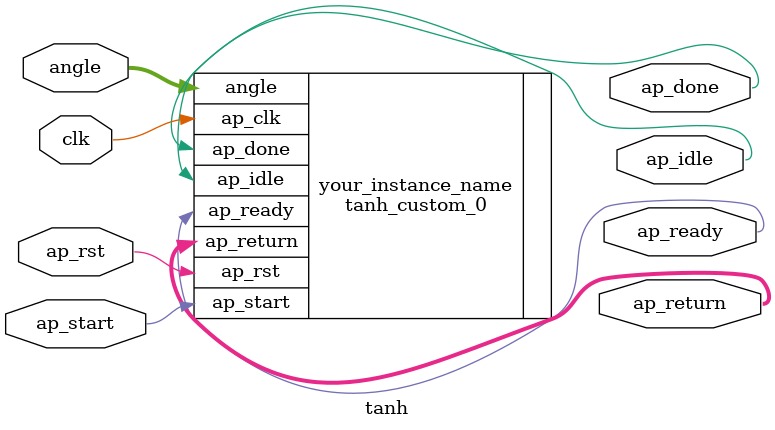
<source format=v>
`timescale 1ns / 1ps


module tanh(
    input clk,
    input ap_rst,
    input ap_start,
    output ap_done,
    output ap_idle,
    output ap_ready,
    output [31:0] ap_return,
    input [31:0] angle
    );
   
tanh_custom_0 your_instance_name (
  .ap_clk(clk),        // input wire ap_clk
  .ap_rst(ap_rst),        // input wire ap_rst
  .ap_start(ap_start),    // input wire ap_start
  .ap_done(ap_done),      // output wire ap_done
  .ap_idle(ap_idle),      // output wire ap_idle
  .ap_ready(ap_ready),    // output wire ap_ready
  .ap_return(ap_return),  // output wire [31 : 0] ap_return
  .angle(angle)          // input wire [31 : 0] angle
);
endmodule

</source>
